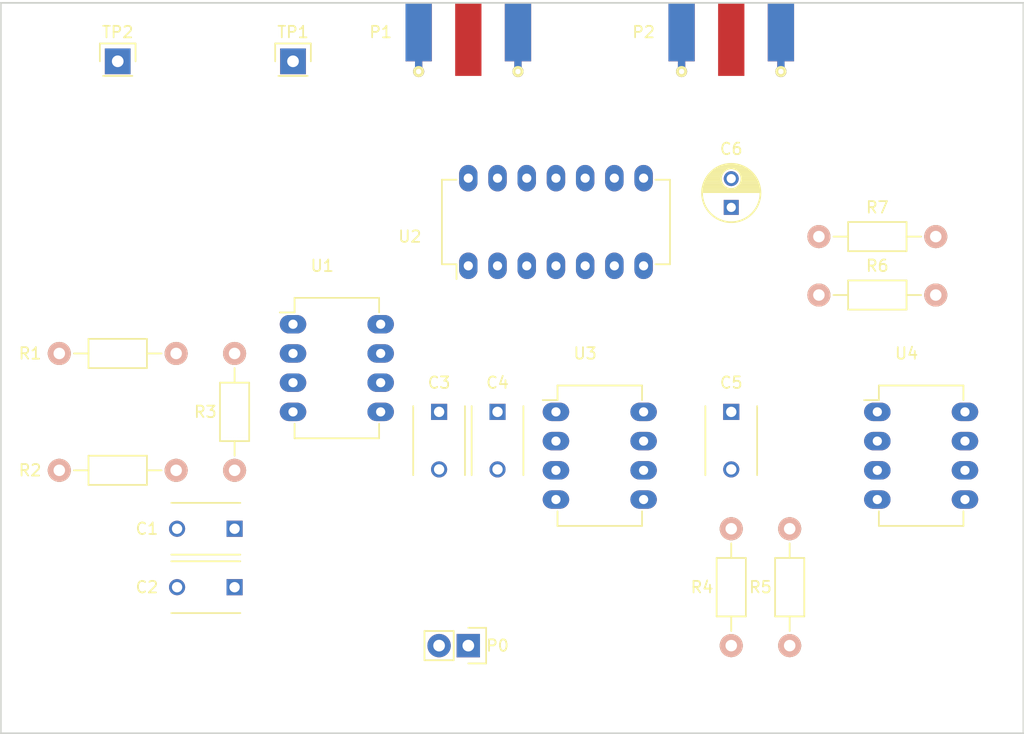
<source format=kicad_pcb>
(kicad_pcb (version 4) (host pcbnew 4.0.5)

  (general
    (links 65)
    (no_connects 57)
    (area 0 0 0 0)
    (thickness 1.6)
    (drawings 4)
    (tracks 0)
    (zones 0)
    (modules 22)
    (nets 16)
  )

  (page USLetter)
  (title_block
    (title "Morse2 Oscillator Prototype")
    (date 17/09/21)
    (rev Alpha-1)
    (company K7ARX)
  )

  (layers
    (0 F.Cu signal)
    (31 B.Cu signal)
    (32 B.Adhes user)
    (33 F.Adhes user)
    (34 B.Paste user)
    (35 F.Paste user)
    (36 B.SilkS user)
    (37 F.SilkS user)
    (38 B.Mask user)
    (39 F.Mask user)
    (40 Dwgs.User user)
    (41 Cmts.User user)
    (42 Eco1.User user)
    (43 Eco2.User user)
    (44 Edge.Cuts user)
    (45 Margin user)
    (46 B.CrtYd user)
    (47 F.CrtYd user)
    (48 B.Fab user)
    (49 F.Fab user)
  )

  (setup
    (last_trace_width 0.25)
    (trace_clearance 0.2)
    (zone_clearance 0.508)
    (zone_45_only no)
    (trace_min 0.2)
    (segment_width 0.2)
    (edge_width 0.15)
    (via_size 0.6)
    (via_drill 0.4)
    (via_min_size 0.4)
    (via_min_drill 0.3)
    (uvia_size 0.3)
    (uvia_drill 0.1)
    (uvias_allowed no)
    (uvia_min_size 0.2)
    (uvia_min_drill 0.1)
    (pcb_text_width 0.3)
    (pcb_text_size 1.5 1.5)
    (mod_edge_width 0.15)
    (mod_text_size 1 1)
    (mod_text_width 0.15)
    (pad_size 1.524 1.524)
    (pad_drill 0.762)
    (pad_to_mask_clearance 0.2)
    (aux_axis_origin 0 0)
    (visible_elements FFFFF77F)
    (pcbplotparams
      (layerselection 0x00030_80000001)
      (usegerberextensions false)
      (excludeedgelayer true)
      (linewidth 0.150000)
      (plotframeref false)
      (viasonmask false)
      (mode 1)
      (useauxorigin false)
      (hpglpennumber 1)
      (hpglpenspeed 20)
      (hpglpendiameter 15)
      (hpglpenoverlay 2)
      (psnegative false)
      (psa4output false)
      (plotreference true)
      (plotvalue true)
      (plotinvisibletext false)
      (padsonsilk false)
      (subtractmaskfromsilk false)
      (outputformat 1)
      (mirror false)
      (drillshape 1)
      (scaleselection 1)
      (outputdirectory ""))
  )

  (net 0 "")
  (net 1 "Net-(C1-Pad1)")
  (net 2 GND)
  (net 3 "Net-(C3-Pad1)")
  (net 4 "Net-(C4-Pad1)")
  (net 5 "Net-(C5-Pad1)")
  (net 6 Out)
  (net 7 Cosine)
  (net 8 VCC)
  (net 9 "Net-(R1-Pad1)")
  (net 10 "Net-(R1-Pad2)")
  (net 11 "Net-(R4-Pad1)")
  (net 12 Sine)
  (net 13 "Net-(R6-Pad1)")
  (net 14 Square)
  (net 15 "Net-(U2-Pad2)")

  (net_class Default "This is the default net class."
    (clearance 0.2)
    (trace_width 0.25)
    (via_dia 0.6)
    (via_drill 0.4)
    (uvia_dia 0.3)
    (uvia_drill 0.1)
    (add_net Cosine)
    (add_net GND)
    (add_net "Net-(C1-Pad1)")
    (add_net "Net-(C3-Pad1)")
    (add_net "Net-(C4-Pad1)")
    (add_net "Net-(C5-Pad1)")
    (add_net "Net-(R1-Pad1)")
    (add_net "Net-(R1-Pad2)")
    (add_net "Net-(R4-Pad1)")
    (add_net "Net-(R6-Pad1)")
    (add_net "Net-(U2-Pad2)")
    (add_net Out)
    (add_net Sine)
    (add_net Square)
    (add_net VCC)
  )

  (module Pin_Headers:Pin_Header_Straight_1x02 (layer F.Cu) (tedit 59C41A39) (tstamp 59C416EA)
    (at 132.08 124.46 270)
    (descr "Through hole pin header")
    (tags "pin header")
    (path /59C44DED)
    (fp_text reference P0 (at 0 -2.54 360) (layer F.SilkS)
      (effects (font (size 1 1) (thickness 0.15)))
    )
    (fp_text value "Binding Post" (at 0 -3.1 270) (layer F.Fab) hide
      (effects (font (size 1 1) (thickness 0.15)))
    )
    (fp_line (start 1.27 1.27) (end 1.27 3.81) (layer F.SilkS) (width 0.15))
    (fp_line (start 1.55 -1.55) (end 1.55 0) (layer F.SilkS) (width 0.15))
    (fp_line (start -1.75 -1.75) (end -1.75 4.3) (layer F.CrtYd) (width 0.05))
    (fp_line (start 1.75 -1.75) (end 1.75 4.3) (layer F.CrtYd) (width 0.05))
    (fp_line (start -1.75 -1.75) (end 1.75 -1.75) (layer F.CrtYd) (width 0.05))
    (fp_line (start -1.75 4.3) (end 1.75 4.3) (layer F.CrtYd) (width 0.05))
    (fp_line (start 1.27 1.27) (end -1.27 1.27) (layer F.SilkS) (width 0.15))
    (fp_line (start -1.55 0) (end -1.55 -1.55) (layer F.SilkS) (width 0.15))
    (fp_line (start -1.55 -1.55) (end 1.55 -1.55) (layer F.SilkS) (width 0.15))
    (fp_line (start -1.27 1.27) (end -1.27 3.81) (layer F.SilkS) (width 0.15))
    (fp_line (start -1.27 3.81) (end 1.27 3.81) (layer F.SilkS) (width 0.15))
    (pad 1 thru_hole rect (at 0 0 270) (size 2.032 2.032) (drill 1.016) (layers *.Cu *.Mask)
      (net 8 VCC))
    (pad 2 thru_hole oval (at 0 2.54 270) (size 2.032 2.032) (drill 1.016) (layers *.Cu *.Mask)
      (net 2 GND))
    (model Pin_Headers.3dshapes/Pin_Header_Straight_1x02.wrl
      (at (xyz 0 -0.05 0))
      (scale (xyz 1 1 1))
      (rotate (xyz 0 0 90))
    )
  )

  (module k7arx:SMA_Board_Edge (layer F.Cu) (tedit 59C41A19) (tstamp 59C416F9)
    (at 132.08 68.58 270)
    (path /59C43DA0)
    (fp_text reference P1 (at 2.54 7.62 360) (layer F.SilkS)
      (effects (font (size 1 1) (thickness 0.15)))
    )
    (fp_text value BNC (at 6.985 -6.985 270) (layer F.Fab) hide
      (effects (font (size 1 1) (thickness 0.15)))
    )
    (pad 1 smd rect (at 3.175 0 270) (size 6.35 2.286) (layers F.Cu F.Paste F.Mask)
      (net 7 Cosine))
    (pad 2 smd rect (at 2.54 -4.318 270) (size 5.08 2.286) (layers F.Cu F.Paste F.Mask)
      (net 2 GND))
    (pad 2 smd rect (at 2.54 4.318 270) (size 5.08 2.286) (layers F.Cu F.Paste F.Mask)
      (net 2 GND))
    (pad 2 thru_hole circle (at 5.969 -4.318 270) (size 0.9652 0.9652) (drill 0.4572) (layers *.Cu *.Mask F.SilkS)
      (net 2 GND))
    (pad 2 thru_hole circle (at 5.969 4.318 270) (size 0.9652 0.9652) (drill 0.4572) (layers *.Cu *.Mask F.SilkS)
      (net 2 GND))
    (pad 2 smd rect (at 5.08 -4.318 270) (size 1.016 0.635) (layers F.Cu F.Paste F.Mask)
      (net 2 GND))
    (pad 2 smd rect (at 5.08 4.318 270) (size 1.016 0.635) (layers F.Cu F.Paste F.Mask)
      (net 2 GND))
    (pad 2 smd rect (at 2.54 -4.318 270) (size 5.08 2.286) (layers B.Cu B.Paste B.Mask)
      (net 2 GND))
    (pad 2 smd rect (at 2.54 4.318 270) (size 5.08 2.286) (layers B.Cu B.Paste B.Mask)
      (net 2 GND))
    (pad 2 smd rect (at 5.08 -4.318 270) (size 1.016 0.635) (layers B.Cu B.Paste B.Mask)
      (net 2 GND))
    (pad 2 smd rect (at 5.08 4.318 270) (size 1.016 0.635) (layers B.Cu B.Paste B.Mask)
      (net 2 GND))
  )

  (module k7arx:SMA_Board_Edge (layer F.Cu) (tedit 59C41A1C) (tstamp 59C41708)
    (at 154.94 68.58 270)
    (path /59C43DFC)
    (fp_text reference P2 (at 2.54 7.62 360) (layer F.SilkS)
      (effects (font (size 1 1) (thickness 0.15)))
    )
    (fp_text value BNC (at 6.985 -6.985 270) (layer F.Fab) hide
      (effects (font (size 1 1) (thickness 0.15)))
    )
    (pad 1 smd rect (at 3.175 0 270) (size 6.35 2.286) (layers F.Cu F.Paste F.Mask)
      (net 6 Out))
    (pad 2 smd rect (at 2.54 -4.318 270) (size 5.08 2.286) (layers F.Cu F.Paste F.Mask)
      (net 2 GND))
    (pad 2 smd rect (at 2.54 4.318 270) (size 5.08 2.286) (layers F.Cu F.Paste F.Mask)
      (net 2 GND))
    (pad 2 thru_hole circle (at 5.969 -4.318 270) (size 0.9652 0.9652) (drill 0.4572) (layers *.Cu *.Mask F.SilkS)
      (net 2 GND))
    (pad 2 thru_hole circle (at 5.969 4.318 270) (size 0.9652 0.9652) (drill 0.4572) (layers *.Cu *.Mask F.SilkS)
      (net 2 GND))
    (pad 2 smd rect (at 5.08 -4.318 270) (size 1.016 0.635) (layers F.Cu F.Paste F.Mask)
      (net 2 GND))
    (pad 2 smd rect (at 5.08 4.318 270) (size 1.016 0.635) (layers F.Cu F.Paste F.Mask)
      (net 2 GND))
    (pad 2 smd rect (at 2.54 -4.318 270) (size 5.08 2.286) (layers B.Cu B.Paste B.Mask)
      (net 2 GND))
    (pad 2 smd rect (at 2.54 4.318 270) (size 5.08 2.286) (layers B.Cu B.Paste B.Mask)
      (net 2 GND))
    (pad 2 smd rect (at 5.08 -4.318 270) (size 1.016 0.635) (layers B.Cu B.Paste B.Mask)
      (net 2 GND))
    (pad 2 smd rect (at 5.08 4.318 270) (size 1.016 0.635) (layers B.Cu B.Paste B.Mask)
      (net 2 GND))
  )

  (module Resistors_ThroughHole:Resistor_Horizontal_RM10mm (layer F.Cu) (tedit 59C417EA) (tstamp 59C4170E)
    (at 106.68 99.06 180)
    (descr "Resistor, Axial,  RM 10mm, 1/3W")
    (tags "Resistor Axial RM 10mm 1/3W")
    (path /59C3EC00)
    (fp_text reference R1 (at 12.7 0 180) (layer F.SilkS)
      (effects (font (size 1 1) (thickness 0.15)))
    )
    (fp_text value R (at 5.08 3.81 180) (layer F.Fab) hide
      (effects (font (size 1 1) (thickness 0.15)))
    )
    (fp_line (start -1.25 -1.5) (end 11.4 -1.5) (layer F.CrtYd) (width 0.05))
    (fp_line (start -1.25 1.5) (end -1.25 -1.5) (layer F.CrtYd) (width 0.05))
    (fp_line (start 11.4 -1.5) (end 11.4 1.5) (layer F.CrtYd) (width 0.05))
    (fp_line (start -1.25 1.5) (end 11.4 1.5) (layer F.CrtYd) (width 0.05))
    (fp_line (start 2.54 -1.27) (end 7.62 -1.27) (layer F.SilkS) (width 0.15))
    (fp_line (start 7.62 -1.27) (end 7.62 1.27) (layer F.SilkS) (width 0.15))
    (fp_line (start 7.62 1.27) (end 2.54 1.27) (layer F.SilkS) (width 0.15))
    (fp_line (start 2.54 1.27) (end 2.54 -1.27) (layer F.SilkS) (width 0.15))
    (fp_line (start 2.54 0) (end 1.27 0) (layer F.SilkS) (width 0.15))
    (fp_line (start 7.62 0) (end 8.89 0) (layer F.SilkS) (width 0.15))
    (pad 1 thru_hole circle (at 0 0 180) (size 1.99898 1.99898) (drill 1.00076) (layers *.Cu *.SilkS *.Mask)
      (net 9 "Net-(R1-Pad1)"))
    (pad 2 thru_hole circle (at 10.16 0 180) (size 1.99898 1.99898) (drill 1.00076) (layers *.Cu *.SilkS *.Mask)
      (net 10 "Net-(R1-Pad2)"))
    (model Resistors_ThroughHole.3dshapes/Resistor_Horizontal_RM10mm.wrl
      (at (xyz 0.2 0 0))
      (scale (xyz 0.4 0.4 0.4))
      (rotate (xyz 0 0 0))
    )
  )

  (module Resistors_ThroughHole:Resistor_Horizontal_RM10mm (layer F.Cu) (tedit 59C417E9) (tstamp 59C41714)
    (at 96.52 109.22)
    (descr "Resistor, Axial,  RM 10mm, 1/3W")
    (tags "Resistor Axial RM 10mm 1/3W")
    (path /59C3EEAE)
    (fp_text reference R2 (at -2.54 0) (layer F.SilkS)
      (effects (font (size 1 1) (thickness 0.15)))
    )
    (fp_text value R (at 5.08 3.81) (layer F.Fab) hide
      (effects (font (size 1 1) (thickness 0.15)))
    )
    (fp_line (start -1.25 -1.5) (end 11.4 -1.5) (layer F.CrtYd) (width 0.05))
    (fp_line (start -1.25 1.5) (end -1.25 -1.5) (layer F.CrtYd) (width 0.05))
    (fp_line (start 11.4 -1.5) (end 11.4 1.5) (layer F.CrtYd) (width 0.05))
    (fp_line (start -1.25 1.5) (end 11.4 1.5) (layer F.CrtYd) (width 0.05))
    (fp_line (start 2.54 -1.27) (end 7.62 -1.27) (layer F.SilkS) (width 0.15))
    (fp_line (start 7.62 -1.27) (end 7.62 1.27) (layer F.SilkS) (width 0.15))
    (fp_line (start 7.62 1.27) (end 2.54 1.27) (layer F.SilkS) (width 0.15))
    (fp_line (start 2.54 1.27) (end 2.54 -1.27) (layer F.SilkS) (width 0.15))
    (fp_line (start 2.54 0) (end 1.27 0) (layer F.SilkS) (width 0.15))
    (fp_line (start 7.62 0) (end 8.89 0) (layer F.SilkS) (width 0.15))
    (pad 1 thru_hole circle (at 0 0) (size 1.99898 1.99898) (drill 1.00076) (layers *.Cu *.SilkS *.Mask)
      (net 10 "Net-(R1-Pad2)"))
    (pad 2 thru_hole circle (at 10.16 0) (size 1.99898 1.99898) (drill 1.00076) (layers *.Cu *.SilkS *.Mask)
      (net 1 "Net-(C1-Pad1)"))
    (model Resistors_ThroughHole.3dshapes/Resistor_Horizontal_RM10mm.wrl
      (at (xyz 0.2 0 0))
      (scale (xyz 0.4 0.4 0.4))
      (rotate (xyz 0 0 0))
    )
  )

  (module Resistors_ThroughHole:Resistor_Horizontal_RM10mm (layer F.Cu) (tedit 59C418E1) (tstamp 59C4171A)
    (at 111.76 99.06 270)
    (descr "Resistor, Axial,  RM 10mm, 1/3W")
    (tags "Resistor Axial RM 10mm 1/3W")
    (path /59C3FA05)
    (fp_text reference R3 (at 5.08 2.54 360) (layer F.SilkS)
      (effects (font (size 1 1) (thickness 0.15)))
    )
    (fp_text value POT (at 5.08 3.81 270) (layer F.Fab) hide
      (effects (font (size 1 1) (thickness 0.15)))
    )
    (fp_line (start -1.25 -1.5) (end 11.4 -1.5) (layer F.CrtYd) (width 0.05))
    (fp_line (start -1.25 1.5) (end -1.25 -1.5) (layer F.CrtYd) (width 0.05))
    (fp_line (start 11.4 -1.5) (end 11.4 1.5) (layer F.CrtYd) (width 0.05))
    (fp_line (start -1.25 1.5) (end 11.4 1.5) (layer F.CrtYd) (width 0.05))
    (fp_line (start 2.54 -1.27) (end 7.62 -1.27) (layer F.SilkS) (width 0.15))
    (fp_line (start 7.62 -1.27) (end 7.62 1.27) (layer F.SilkS) (width 0.15))
    (fp_line (start 7.62 1.27) (end 2.54 1.27) (layer F.SilkS) (width 0.15))
    (fp_line (start 2.54 1.27) (end 2.54 -1.27) (layer F.SilkS) (width 0.15))
    (fp_line (start 2.54 0) (end 1.27 0) (layer F.SilkS) (width 0.15))
    (fp_line (start 7.62 0) (end 8.89 0) (layer F.SilkS) (width 0.15))
    (pad 1 thru_hole circle (at 0 0 270) (size 1.99898 1.99898) (drill 1.00076) (layers *.Cu *.SilkS *.Mask)
      (net 9 "Net-(R1-Pad1)"))
    (pad 2 thru_hole circle (at 10.16 0 270) (size 1.99898 1.99898) (drill 1.00076) (layers *.Cu *.SilkS *.Mask)
      (net 1 "Net-(C1-Pad1)"))
    (model Resistors_ThroughHole.3dshapes/Resistor_Horizontal_RM10mm.wrl
      (at (xyz 0.2 0 0))
      (scale (xyz 0.4 0.4 0.4))
      (rotate (xyz 0 0 0))
    )
  )

  (module Resistors_ThroughHole:Resistor_Horizontal_RM10mm (layer F.Cu) (tedit 59C418E3) (tstamp 59C41720)
    (at 154.94 124.46 90)
    (descr "Resistor, Axial,  RM 10mm, 1/3W")
    (tags "Resistor Axial RM 10mm 1/3W")
    (path /59C4089D)
    (fp_text reference R4 (at 5.08 -2.54 180) (layer F.SilkS)
      (effects (font (size 1 1) (thickness 0.15)))
    )
    (fp_text value 10k (at 5.08 3.81 90) (layer F.Fab) hide
      (effects (font (size 1 1) (thickness 0.15)))
    )
    (fp_line (start -1.25 -1.5) (end 11.4 -1.5) (layer F.CrtYd) (width 0.05))
    (fp_line (start -1.25 1.5) (end -1.25 -1.5) (layer F.CrtYd) (width 0.05))
    (fp_line (start 11.4 -1.5) (end 11.4 1.5) (layer F.CrtYd) (width 0.05))
    (fp_line (start -1.25 1.5) (end 11.4 1.5) (layer F.CrtYd) (width 0.05))
    (fp_line (start 2.54 -1.27) (end 7.62 -1.27) (layer F.SilkS) (width 0.15))
    (fp_line (start 7.62 -1.27) (end 7.62 1.27) (layer F.SilkS) (width 0.15))
    (fp_line (start 7.62 1.27) (end 2.54 1.27) (layer F.SilkS) (width 0.15))
    (fp_line (start 2.54 1.27) (end 2.54 -1.27) (layer F.SilkS) (width 0.15))
    (fp_line (start 2.54 0) (end 1.27 0) (layer F.SilkS) (width 0.15))
    (fp_line (start 7.62 0) (end 8.89 0) (layer F.SilkS) (width 0.15))
    (pad 1 thru_hole circle (at 0 0 90) (size 1.99898 1.99898) (drill 1.00076) (layers *.Cu *.SilkS *.Mask)
      (net 11 "Net-(R4-Pad1)"))
    (pad 2 thru_hole circle (at 10.16 0 90) (size 1.99898 1.99898) (drill 1.00076) (layers *.Cu *.SilkS *.Mask)
      (net 12 Sine))
    (model Resistors_ThroughHole.3dshapes/Resistor_Horizontal_RM10mm.wrl
      (at (xyz 0.2 0 0))
      (scale (xyz 0.4 0.4 0.4))
      (rotate (xyz 0 0 0))
    )
  )

  (module Resistors_ThroughHole:Resistor_Horizontal_RM10mm (layer F.Cu) (tedit 59C4195E) (tstamp 59C41726)
    (at 160.02 124.46 90)
    (descr "Resistor, Axial,  RM 10mm, 1/3W")
    (tags "Resistor Axial RM 10mm 1/3W")
    (path /59C40989)
    (fp_text reference R5 (at 5.08 -2.54 180) (layer F.SilkS)
      (effects (font (size 1 1) (thickness 0.15)))
    )
    (fp_text value 10k (at 5.08 3.81 90) (layer F.Fab) hide
      (effects (font (size 1 1) (thickness 0.15)))
    )
    (fp_line (start -1.25 -1.5) (end 11.4 -1.5) (layer F.CrtYd) (width 0.05))
    (fp_line (start -1.25 1.5) (end -1.25 -1.5) (layer F.CrtYd) (width 0.05))
    (fp_line (start 11.4 -1.5) (end 11.4 1.5) (layer F.CrtYd) (width 0.05))
    (fp_line (start -1.25 1.5) (end 11.4 1.5) (layer F.CrtYd) (width 0.05))
    (fp_line (start 2.54 -1.27) (end 7.62 -1.27) (layer F.SilkS) (width 0.15))
    (fp_line (start 7.62 -1.27) (end 7.62 1.27) (layer F.SilkS) (width 0.15))
    (fp_line (start 7.62 1.27) (end 2.54 1.27) (layer F.SilkS) (width 0.15))
    (fp_line (start 2.54 1.27) (end 2.54 -1.27) (layer F.SilkS) (width 0.15))
    (fp_line (start 2.54 0) (end 1.27 0) (layer F.SilkS) (width 0.15))
    (fp_line (start 7.62 0) (end 8.89 0) (layer F.SilkS) (width 0.15))
    (pad 1 thru_hole circle (at 0 0 90) (size 1.99898 1.99898) (drill 1.00076) (layers *.Cu *.SilkS *.Mask)
      (net 11 "Net-(R4-Pad1)"))
    (pad 2 thru_hole circle (at 10.16 0 90) (size 1.99898 1.99898) (drill 1.00076) (layers *.Cu *.SilkS *.Mask)
      (net 7 Cosine))
    (model Resistors_ThroughHole.3dshapes/Resistor_Horizontal_RM10mm.wrl
      (at (xyz 0.2 0 0))
      (scale (xyz 0.4 0.4 0.4))
      (rotate (xyz 0 0 0))
    )
  )

  (module Resistors_ThroughHole:Resistor_Horizontal_RM10mm (layer F.Cu) (tedit 59C4197B) (tstamp 59C4172C)
    (at 162.56 93.98)
    (descr "Resistor, Axial,  RM 10mm, 1/3W")
    (tags "Resistor Axial RM 10mm 1/3W")
    (path /59C41801)
    (fp_text reference R6 (at 5.08 -2.54) (layer F.SilkS)
      (effects (font (size 1 1) (thickness 0.15)))
    )
    (fp_text value 10k (at 5.08 3.81) (layer F.Fab) hide
      (effects (font (size 1 1) (thickness 0.15)))
    )
    (fp_line (start -1.25 -1.5) (end 11.4 -1.5) (layer F.CrtYd) (width 0.05))
    (fp_line (start -1.25 1.5) (end -1.25 -1.5) (layer F.CrtYd) (width 0.05))
    (fp_line (start 11.4 -1.5) (end 11.4 1.5) (layer F.CrtYd) (width 0.05))
    (fp_line (start -1.25 1.5) (end 11.4 1.5) (layer F.CrtYd) (width 0.05))
    (fp_line (start 2.54 -1.27) (end 7.62 -1.27) (layer F.SilkS) (width 0.15))
    (fp_line (start 7.62 -1.27) (end 7.62 1.27) (layer F.SilkS) (width 0.15))
    (fp_line (start 7.62 1.27) (end 2.54 1.27) (layer F.SilkS) (width 0.15))
    (fp_line (start 2.54 1.27) (end 2.54 -1.27) (layer F.SilkS) (width 0.15))
    (fp_line (start 2.54 0) (end 1.27 0) (layer F.SilkS) (width 0.15))
    (fp_line (start 7.62 0) (end 8.89 0) (layer F.SilkS) (width 0.15))
    (pad 1 thru_hole circle (at 0 0) (size 1.99898 1.99898) (drill 1.00076) (layers *.Cu *.SilkS *.Mask)
      (net 13 "Net-(R6-Pad1)"))
    (pad 2 thru_hole circle (at 10.16 0) (size 1.99898 1.99898) (drill 1.00076) (layers *.Cu *.SilkS *.Mask)
      (net 8 VCC))
    (model Resistors_ThroughHole.3dshapes/Resistor_Horizontal_RM10mm.wrl
      (at (xyz 0.2 0 0))
      (scale (xyz 0.4 0.4 0.4))
      (rotate (xyz 0 0 0))
    )
  )

  (module Resistors_ThroughHole:Resistor_Horizontal_RM10mm (layer F.Cu) (tedit 59C4198A) (tstamp 59C41732)
    (at 172.72 88.9 180)
    (descr "Resistor, Axial,  RM 10mm, 1/3W")
    (tags "Resistor Axial RM 10mm 1/3W")
    (path /59C41845)
    (fp_text reference R7 (at 5.08 2.54 180) (layer F.SilkS)
      (effects (font (size 1 1) (thickness 0.15)))
    )
    (fp_text value 10k (at 5.08 3.81 180) (layer F.Fab) hide
      (effects (font (size 1 1) (thickness 0.15)))
    )
    (fp_line (start -1.25 -1.5) (end 11.4 -1.5) (layer F.CrtYd) (width 0.05))
    (fp_line (start -1.25 1.5) (end -1.25 -1.5) (layer F.CrtYd) (width 0.05))
    (fp_line (start 11.4 -1.5) (end 11.4 1.5) (layer F.CrtYd) (width 0.05))
    (fp_line (start -1.25 1.5) (end 11.4 1.5) (layer F.CrtYd) (width 0.05))
    (fp_line (start 2.54 -1.27) (end 7.62 -1.27) (layer F.SilkS) (width 0.15))
    (fp_line (start 7.62 -1.27) (end 7.62 1.27) (layer F.SilkS) (width 0.15))
    (fp_line (start 7.62 1.27) (end 2.54 1.27) (layer F.SilkS) (width 0.15))
    (fp_line (start 2.54 1.27) (end 2.54 -1.27) (layer F.SilkS) (width 0.15))
    (fp_line (start 2.54 0) (end 1.27 0) (layer F.SilkS) (width 0.15))
    (fp_line (start 7.62 0) (end 8.89 0) (layer F.SilkS) (width 0.15))
    (pad 1 thru_hole circle (at 0 0 180) (size 1.99898 1.99898) (drill 1.00076) (layers *.Cu *.SilkS *.Mask)
      (net 2 GND))
    (pad 2 thru_hole circle (at 10.16 0 180) (size 1.99898 1.99898) (drill 1.00076) (layers *.Cu *.SilkS *.Mask)
      (net 13 "Net-(R6-Pad1)"))
    (model Resistors_ThroughHole.3dshapes/Resistor_Horizontal_RM10mm.wrl
      (at (xyz 0.2 0 0))
      (scale (xyz 0.4 0.4 0.4))
      (rotate (xyz 0 0 0))
    )
  )

  (module Pin_Headers:Pin_Header_Straight_1x01 (layer F.Cu) (tedit 59C419FD) (tstamp 59C41737)
    (at 116.84 73.66)
    (descr "Through hole pin header")
    (tags "pin header")
    (path /59C45713)
    (fp_text reference TP1 (at 0 -2.54) (layer F.SilkS)
      (effects (font (size 1 1) (thickness 0.15)))
    )
    (fp_text value "Test Point" (at 0 -3.1) (layer F.Fab) hide
      (effects (font (size 1 1) (thickness 0.15)))
    )
    (fp_line (start 1.55 -1.55) (end 1.55 0) (layer F.SilkS) (width 0.15))
    (fp_line (start -1.75 -1.75) (end -1.75 1.75) (layer F.CrtYd) (width 0.05))
    (fp_line (start 1.75 -1.75) (end 1.75 1.75) (layer F.CrtYd) (width 0.05))
    (fp_line (start -1.75 -1.75) (end 1.75 -1.75) (layer F.CrtYd) (width 0.05))
    (fp_line (start -1.75 1.75) (end 1.75 1.75) (layer F.CrtYd) (width 0.05))
    (fp_line (start -1.55 0) (end -1.55 -1.55) (layer F.SilkS) (width 0.15))
    (fp_line (start -1.55 -1.55) (end 1.55 -1.55) (layer F.SilkS) (width 0.15))
    (fp_line (start -1.27 1.27) (end 1.27 1.27) (layer F.SilkS) (width 0.15))
    (pad 1 thru_hole rect (at 0 0) (size 2.2352 2.2352) (drill 1.016) (layers *.Cu *.Mask)
      (net 14 Square))
    (model Pin_Headers.3dshapes/Pin_Header_Straight_1x01.wrl
      (at (xyz 0 0 0))
      (scale (xyz 1 1 1))
      (rotate (xyz 0 0 90))
    )
  )

  (module Pin_Headers:Pin_Header_Straight_1x01 (layer F.Cu) (tedit 59C41A14) (tstamp 59C4173C)
    (at 101.6 73.66)
    (descr "Through hole pin header")
    (tags "pin header")
    (path /59C45773)
    (fp_text reference TP2 (at 0 -2.54) (layer F.SilkS)
      (effects (font (size 1 1) (thickness 0.15)))
    )
    (fp_text value "Test Point" (at 0 -3.1) (layer F.Fab) hide
      (effects (font (size 1 1) (thickness 0.15)))
    )
    (fp_line (start 1.55 -1.55) (end 1.55 0) (layer F.SilkS) (width 0.15))
    (fp_line (start -1.75 -1.75) (end -1.75 1.75) (layer F.CrtYd) (width 0.05))
    (fp_line (start 1.75 -1.75) (end 1.75 1.75) (layer F.CrtYd) (width 0.05))
    (fp_line (start -1.75 -1.75) (end 1.75 -1.75) (layer F.CrtYd) (width 0.05))
    (fp_line (start -1.75 1.75) (end 1.75 1.75) (layer F.CrtYd) (width 0.05))
    (fp_line (start -1.55 0) (end -1.55 -1.55) (layer F.SilkS) (width 0.15))
    (fp_line (start -1.55 -1.55) (end 1.55 -1.55) (layer F.SilkS) (width 0.15))
    (fp_line (start -1.27 1.27) (end 1.27 1.27) (layer F.SilkS) (width 0.15))
    (pad 1 thru_hole rect (at 0 0) (size 2.2352 2.2352) (drill 1.016) (layers *.Cu *.Mask)
      (net 12 Sine))
    (model Pin_Headers.3dshapes/Pin_Header_Straight_1x01.wrl
      (at (xyz 0 0 0))
      (scale (xyz 1 1 1))
      (rotate (xyz 0 0 90))
    )
  )

  (module Housings_DIP:DIP-8_W7.62mm_LongPads (layer F.Cu) (tedit 59C41828) (tstamp 59C41748)
    (at 116.84 96.52)
    (descr "8-lead dip package, row spacing 7.62 mm (300 mils), longer pads")
    (tags "dil dip 2.54 300")
    (path /59C3EB7F)
    (fp_text reference U1 (at 2.54 -5.08) (layer F.SilkS)
      (effects (font (size 1 1) (thickness 0.15)))
    )
    (fp_text value LM555 (at 0 -3.72) (layer F.Fab) hide
      (effects (font (size 1 1) (thickness 0.15)))
    )
    (fp_line (start -1.4 -2.45) (end -1.4 10.1) (layer F.CrtYd) (width 0.05))
    (fp_line (start 9 -2.45) (end 9 10.1) (layer F.CrtYd) (width 0.05))
    (fp_line (start -1.4 -2.45) (end 9 -2.45) (layer F.CrtYd) (width 0.05))
    (fp_line (start -1.4 10.1) (end 9 10.1) (layer F.CrtYd) (width 0.05))
    (fp_line (start 0.135 -2.295) (end 0.135 -1.025) (layer F.SilkS) (width 0.15))
    (fp_line (start 7.485 -2.295) (end 7.485 -1.025) (layer F.SilkS) (width 0.15))
    (fp_line (start 7.485 9.915) (end 7.485 8.645) (layer F.SilkS) (width 0.15))
    (fp_line (start 0.135 9.915) (end 0.135 8.645) (layer F.SilkS) (width 0.15))
    (fp_line (start 0.135 -2.295) (end 7.485 -2.295) (layer F.SilkS) (width 0.15))
    (fp_line (start 0.135 9.915) (end 7.485 9.915) (layer F.SilkS) (width 0.15))
    (fp_line (start 0.135 -1.025) (end -1.15 -1.025) (layer F.SilkS) (width 0.15))
    (pad 1 thru_hole oval (at 0 0) (size 2.3 1.6) (drill 0.8) (layers *.Cu *.Mask)
      (net 2 GND))
    (pad 2 thru_hole oval (at 0 2.54) (size 2.3 1.6) (drill 0.8) (layers *.Cu *.Mask)
      (net 9 "Net-(R1-Pad1)"))
    (pad 3 thru_hole oval (at 0 5.08) (size 2.3 1.6) (drill 0.8) (layers *.Cu *.Mask)
      (net 1 "Net-(C1-Pad1)"))
    (pad 4 thru_hole oval (at 0 7.62) (size 2.3 1.6) (drill 0.8) (layers *.Cu *.Mask)
      (net 8 VCC))
    (pad 5 thru_hole oval (at 7.62 7.62) (size 2.3 1.6) (drill 0.8) (layers *.Cu *.Mask)
      (net 3 "Net-(C3-Pad1)"))
    (pad 6 thru_hole oval (at 7.62 5.08) (size 2.3 1.6) (drill 0.8) (layers *.Cu *.Mask)
      (net 9 "Net-(R1-Pad1)"))
    (pad 7 thru_hole oval (at 7.62 2.54) (size 2.3 1.6) (drill 0.8) (layers *.Cu *.Mask))
    (pad 8 thru_hole oval (at 7.62 0) (size 2.3 1.6) (drill 0.8) (layers *.Cu *.Mask)
      (net 8 VCC))
    (model Housings_DIP.3dshapes/DIP-8_W7.62mm_LongPads.wrl
      (at (xyz 0 0 0))
      (scale (xyz 1 1 1))
      (rotate (xyz 0 0 0))
    )
  )

  (module Housings_DIP:DIP-14_W7.62mm_LongPads (layer F.Cu) (tedit 59C418E8) (tstamp 59C4175A)
    (at 132.08 91.44 90)
    (descr "14-lead dip package, row spacing 7.62 mm (300 mils), longer pads")
    (tags "dil dip 2.54 300")
    (path /59C3F714)
    (fp_text reference U2 (at 2.54 -5.08 180) (layer F.SilkS)
      (effects (font (size 1 1) (thickness 0.15)))
    )
    (fp_text value SN74AHC74 (at 0 -3.72 90) (layer F.Fab) hide
      (effects (font (size 1 1) (thickness 0.15)))
    )
    (fp_line (start -1.4 -2.45) (end -1.4 17.7) (layer F.CrtYd) (width 0.05))
    (fp_line (start 9 -2.45) (end 9 17.7) (layer F.CrtYd) (width 0.05))
    (fp_line (start -1.4 -2.45) (end 9 -2.45) (layer F.CrtYd) (width 0.05))
    (fp_line (start -1.4 17.7) (end 9 17.7) (layer F.CrtYd) (width 0.05))
    (fp_line (start 0.135 -2.295) (end 0.135 -1.025) (layer F.SilkS) (width 0.15))
    (fp_line (start 7.485 -2.295) (end 7.485 -1.025) (layer F.SilkS) (width 0.15))
    (fp_line (start 7.485 17.535) (end 7.485 16.265) (layer F.SilkS) (width 0.15))
    (fp_line (start 0.135 17.535) (end 0.135 16.265) (layer F.SilkS) (width 0.15))
    (fp_line (start 0.135 -2.295) (end 7.485 -2.295) (layer F.SilkS) (width 0.15))
    (fp_line (start 0.135 17.535) (end 7.485 17.535) (layer F.SilkS) (width 0.15))
    (fp_line (start 0.135 -1.025) (end -1.15 -1.025) (layer F.SilkS) (width 0.15))
    (pad 1 thru_hole oval (at 0 0 90) (size 2.3 1.6) (drill 0.8) (layers *.Cu *.Mask)
      (net 8 VCC))
    (pad 2 thru_hole oval (at 0 2.54 90) (size 2.3 1.6) (drill 0.8) (layers *.Cu *.Mask)
      (net 15 "Net-(U2-Pad2)"))
    (pad 3 thru_hole oval (at 0 5.08 90) (size 2.3 1.6) (drill 0.8) (layers *.Cu *.Mask)
      (net 1 "Net-(C1-Pad1)"))
    (pad 4 thru_hole oval (at 0 7.62 90) (size 2.3 1.6) (drill 0.8) (layers *.Cu *.Mask)
      (net 8 VCC))
    (pad 5 thru_hole oval (at 0 10.16 90) (size 2.3 1.6) (drill 0.8) (layers *.Cu *.Mask)
      (net 14 Square))
    (pad 6 thru_hole oval (at 0 12.7 90) (size 2.3 1.6) (drill 0.8) (layers *.Cu *.Mask)
      (net 15 "Net-(U2-Pad2)"))
    (pad 7 thru_hole oval (at 0 15.24 90) (size 2.3 1.6) (drill 0.8) (layers *.Cu *.Mask)
      (net 2 GND))
    (pad 8 thru_hole oval (at 7.62 15.24 90) (size 2.3 1.6) (drill 0.8) (layers *.Cu *.Mask))
    (pad 9 thru_hole oval (at 7.62 12.7 90) (size 2.3 1.6) (drill 0.8) (layers *.Cu *.Mask))
    (pad 10 thru_hole oval (at 7.62 10.16 90) (size 2.3 1.6) (drill 0.8) (layers *.Cu *.Mask))
    (pad 11 thru_hole oval (at 7.62 7.62 90) (size 2.3 1.6) (drill 0.8) (layers *.Cu *.Mask))
    (pad 12 thru_hole oval (at 7.62 5.08 90) (size 2.3 1.6) (drill 0.8) (layers *.Cu *.Mask))
    (pad 13 thru_hole oval (at 7.62 2.54 90) (size 2.3 1.6) (drill 0.8) (layers *.Cu *.Mask))
    (pad 14 thru_hole oval (at 7.62 0 90) (size 2.3 1.6) (drill 0.8) (layers *.Cu *.Mask)
      (net 8 VCC))
    (model Housings_DIP.3dshapes/DIP-14_W7.62mm_LongPads.wrl
      (at (xyz 0 0 0))
      (scale (xyz 1 1 1))
      (rotate (xyz 0 0 0))
    )
  )

  (module Housings_DIP:DIP-8_W7.62mm_LongPads (layer F.Cu) (tedit 59C41878) (tstamp 59C41766)
    (at 139.7 104.14)
    (descr "8-lead dip package, row spacing 7.62 mm (300 mils), longer pads")
    (tags "dil dip 2.54 300")
    (path /59C3FF9A)
    (fp_text reference U3 (at 2.54 -5.08) (layer F.SilkS)
      (effects (font (size 1 1) (thickness 0.15)))
    )
    (fp_text value MAX7426 (at 0 -3.72) (layer F.Fab) hide
      (effects (font (size 1 1) (thickness 0.15)))
    )
    (fp_line (start -1.4 -2.45) (end -1.4 10.1) (layer F.CrtYd) (width 0.05))
    (fp_line (start 9 -2.45) (end 9 10.1) (layer F.CrtYd) (width 0.05))
    (fp_line (start -1.4 -2.45) (end 9 -2.45) (layer F.CrtYd) (width 0.05))
    (fp_line (start -1.4 10.1) (end 9 10.1) (layer F.CrtYd) (width 0.05))
    (fp_line (start 0.135 -2.295) (end 0.135 -1.025) (layer F.SilkS) (width 0.15))
    (fp_line (start 7.485 -2.295) (end 7.485 -1.025) (layer F.SilkS) (width 0.15))
    (fp_line (start 7.485 9.915) (end 7.485 8.645) (layer F.SilkS) (width 0.15))
    (fp_line (start 0.135 9.915) (end 0.135 8.645) (layer F.SilkS) (width 0.15))
    (fp_line (start 0.135 -2.295) (end 7.485 -2.295) (layer F.SilkS) (width 0.15))
    (fp_line (start 0.135 9.915) (end 7.485 9.915) (layer F.SilkS) (width 0.15))
    (fp_line (start 0.135 -1.025) (end -1.15 -1.025) (layer F.SilkS) (width 0.15))
    (pad 1 thru_hole oval (at 0 0) (size 2.3 1.6) (drill 0.8) (layers *.Cu *.Mask)
      (net 4 "Net-(C4-Pad1)"))
    (pad 2 thru_hole oval (at 0 2.54) (size 2.3 1.6) (drill 0.8) (layers *.Cu *.Mask)
      (net 14 Square))
    (pad 3 thru_hole oval (at 0 5.08) (size 2.3 1.6) (drill 0.8) (layers *.Cu *.Mask)
      (net 2 GND))
    (pad 4 thru_hole oval (at 0 7.62) (size 2.3 1.6) (drill 0.8) (layers *.Cu *.Mask)
      (net 8 VCC))
    (pad 5 thru_hole oval (at 7.62 7.62) (size 2.3 1.6) (drill 0.8) (layers *.Cu *.Mask)
      (net 12 Sine))
    (pad 6 thru_hole oval (at 7.62 5.08) (size 2.3 1.6) (drill 0.8) (layers *.Cu *.Mask)
      (net 4 "Net-(C4-Pad1)"))
    (pad 7 thru_hole oval (at 7.62 2.54) (size 2.3 1.6) (drill 0.8) (layers *.Cu *.Mask)
      (net 8 VCC))
    (pad 8 thru_hole oval (at 7.62 0) (size 2.3 1.6) (drill 0.8) (layers *.Cu *.Mask)
      (net 5 "Net-(C5-Pad1)"))
    (model Housings_DIP.3dshapes/DIP-8_W7.62mm_LongPads.wrl
      (at (xyz 0 0 0))
      (scale (xyz 1 1 1))
      (rotate (xyz 0 0 0))
    )
  )

  (module Housings_DIP:DIP-8_W7.62mm_LongPads (layer F.Cu) (tedit 59C418BB) (tstamp 59C41772)
    (at 167.64 104.14)
    (descr "8-lead dip package, row spacing 7.62 mm (300 mils), longer pads")
    (tags "dil dip 2.54 300")
    (path /59C405F6)
    (fp_text reference U4 (at 2.54 -5.08) (layer F.SilkS)
      (effects (font (size 1 1) (thickness 0.15)))
    )
    (fp_text value OPA322 (at 0 -3.72) (layer F.Fab) hide
      (effects (font (size 1 1) (thickness 0.15)))
    )
    (fp_line (start -1.4 -2.45) (end -1.4 10.1) (layer F.CrtYd) (width 0.05))
    (fp_line (start 9 -2.45) (end 9 10.1) (layer F.CrtYd) (width 0.05))
    (fp_line (start -1.4 -2.45) (end 9 -2.45) (layer F.CrtYd) (width 0.05))
    (fp_line (start -1.4 10.1) (end 9 10.1) (layer F.CrtYd) (width 0.05))
    (fp_line (start 0.135 -2.295) (end 0.135 -1.025) (layer F.SilkS) (width 0.15))
    (fp_line (start 7.485 -2.295) (end 7.485 -1.025) (layer F.SilkS) (width 0.15))
    (fp_line (start 7.485 9.915) (end 7.485 8.645) (layer F.SilkS) (width 0.15))
    (fp_line (start 0.135 9.915) (end 0.135 8.645) (layer F.SilkS) (width 0.15))
    (fp_line (start 0.135 -2.295) (end 7.485 -2.295) (layer F.SilkS) (width 0.15))
    (fp_line (start 0.135 9.915) (end 7.485 9.915) (layer F.SilkS) (width 0.15))
    (fp_line (start 0.135 -1.025) (end -1.15 -1.025) (layer F.SilkS) (width 0.15))
    (pad 1 thru_hole oval (at 0 0) (size 2.3 1.6) (drill 0.8) (layers *.Cu *.Mask)
      (net 7 Cosine))
    (pad 2 thru_hole oval (at 0 2.54) (size 2.3 1.6) (drill 0.8) (layers *.Cu *.Mask)
      (net 2 GND))
    (pad 3 thru_hole oval (at 0 5.08) (size 2.3 1.6) (drill 0.8) (layers *.Cu *.Mask)
      (net 13 "Net-(R6-Pad1)"))
    (pad 4 thru_hole oval (at 0 7.62) (size 2.3 1.6) (drill 0.8) (layers *.Cu *.Mask)
      (net 11 "Net-(R4-Pad1)"))
    (pad 5 thru_hole oval (at 7.62 7.62) (size 2.3 1.6) (drill 0.8) (layers *.Cu *.Mask)
      (net 8 VCC))
    (pad 6 thru_hole oval (at 7.62 5.08) (size 2.3 1.6) (drill 0.8) (layers *.Cu *.Mask))
    (pad 7 thru_hole oval (at 7.62 2.54) (size 2.3 1.6) (drill 0.8) (layers *.Cu *.Mask))
    (pad 8 thru_hole oval (at 7.62 0) (size 2.3 1.6) (drill 0.8) (layers *.Cu *.Mask))
    (model Housings_DIP.3dshapes/DIP-8_W7.62mm_LongPads.wrl
      (at (xyz 0 0 0))
      (scale (xyz 1 1 1))
      (rotate (xyz 0 0 0))
    )
  )

  (module Capacitors_ThroughHole:C_Disc_D6_P5 (layer F.Cu) (tedit 59C417E2) (tstamp 59C4185F)
    (at 111.76 114.3 180)
    (descr "Capacitor 6mm Disc, Pitch 5mm")
    (tags Capacitor)
    (path /59C3EC47)
    (fp_text reference C1 (at 7.62 0 180) (layer F.SilkS)
      (effects (font (size 1 1) (thickness 0.15)))
    )
    (fp_text value C (at 2.5 3.5 180) (layer F.Fab) hide
      (effects (font (size 1 1) (thickness 0.15)))
    )
    (fp_line (start -0.95 -2.5) (end 5.95 -2.5) (layer F.CrtYd) (width 0.05))
    (fp_line (start 5.95 -2.5) (end 5.95 2.5) (layer F.CrtYd) (width 0.05))
    (fp_line (start 5.95 2.5) (end -0.95 2.5) (layer F.CrtYd) (width 0.05))
    (fp_line (start -0.95 2.5) (end -0.95 -2.5) (layer F.CrtYd) (width 0.05))
    (fp_line (start -0.5 -2.25) (end 5.5 -2.25) (layer F.SilkS) (width 0.15))
    (fp_line (start 5.5 2.25) (end -0.5 2.25) (layer F.SilkS) (width 0.15))
    (pad 1 thru_hole rect (at 0 0 180) (size 1.4 1.4) (drill 0.9) (layers *.Cu *.Mask)
      (net 1 "Net-(C1-Pad1)"))
    (pad 2 thru_hole circle (at 5 0 180) (size 1.4 1.4) (drill 0.9) (layers *.Cu *.Mask)
      (net 2 GND))
    (model Capacitors_ThroughHole.3dshapes/C_Disc_D6_P5.wrl
      (at (xyz 0.0984252 0 0))
      (scale (xyz 1 1 1))
      (rotate (xyz 0 0 0))
    )
  )

  (module Capacitors_ThroughHole:C_Disc_D6_P5 (layer F.Cu) (tedit 59C417E4) (tstamp 59C41864)
    (at 111.76 119.38 180)
    (descr "Capacitor 6mm Disc, Pitch 5mm")
    (tags Capacitor)
    (path /59C3EF38)
    (fp_text reference C2 (at 7.62 0 180) (layer F.SilkS)
      (effects (font (size 1 1) (thickness 0.15)))
    )
    (fp_text value C (at 2.5 3.5 180) (layer F.Fab)
      (effects (font (size 1 1) (thickness 0.15)))
    )
    (fp_line (start -0.95 -2.5) (end 5.95 -2.5) (layer F.CrtYd) (width 0.05))
    (fp_line (start 5.95 -2.5) (end 5.95 2.5) (layer F.CrtYd) (width 0.05))
    (fp_line (start 5.95 2.5) (end -0.95 2.5) (layer F.CrtYd) (width 0.05))
    (fp_line (start -0.95 2.5) (end -0.95 -2.5) (layer F.CrtYd) (width 0.05))
    (fp_line (start -0.5 -2.25) (end 5.5 -2.25) (layer F.SilkS) (width 0.15))
    (fp_line (start 5.5 2.25) (end -0.5 2.25) (layer F.SilkS) (width 0.15))
    (pad 1 thru_hole rect (at 0 0 180) (size 1.4 1.4) (drill 0.9) (layers *.Cu *.Mask)
      (net 1 "Net-(C1-Pad1)"))
    (pad 2 thru_hole circle (at 5 0 180) (size 1.4 1.4) (drill 0.9) (layers *.Cu *.Mask)
      (net 2 GND))
    (model Capacitors_ThroughHole.3dshapes/C_Disc_D6_P5.wrl
      (at (xyz 0.0984252 0 0))
      (scale (xyz 1 1 1))
      (rotate (xyz 0 0 0))
    )
  )

  (module Capacitors_ThroughHole:C_Disc_D6_P5 (layer F.Cu) (tedit 59C41803) (tstamp 59C41869)
    (at 129.54 104.14 270)
    (descr "Capacitor 6mm Disc, Pitch 5mm")
    (tags Capacitor)
    (path /59C3EC66)
    (fp_text reference C3 (at -2.54 0 360) (layer F.SilkS)
      (effects (font (size 1 1) (thickness 0.15)))
    )
    (fp_text value 0.01uF (at 2.5 3.5 270) (layer F.Fab) hide
      (effects (font (size 1 1) (thickness 0.15)))
    )
    (fp_line (start -0.95 -2.5) (end 5.95 -2.5) (layer F.CrtYd) (width 0.05))
    (fp_line (start 5.95 -2.5) (end 5.95 2.5) (layer F.CrtYd) (width 0.05))
    (fp_line (start 5.95 2.5) (end -0.95 2.5) (layer F.CrtYd) (width 0.05))
    (fp_line (start -0.95 2.5) (end -0.95 -2.5) (layer F.CrtYd) (width 0.05))
    (fp_line (start -0.5 -2.25) (end 5.5 -2.25) (layer F.SilkS) (width 0.15))
    (fp_line (start 5.5 2.25) (end -0.5 2.25) (layer F.SilkS) (width 0.15))
    (pad 1 thru_hole rect (at 0 0 270) (size 1.4 1.4) (drill 0.9) (layers *.Cu *.Mask)
      (net 3 "Net-(C3-Pad1)"))
    (pad 2 thru_hole circle (at 5 0 270) (size 1.4 1.4) (drill 0.9) (layers *.Cu *.Mask)
      (net 2 GND))
    (model Capacitors_ThroughHole.3dshapes/C_Disc_D6_P5.wrl
      (at (xyz 0.0984252 0 0))
      (scale (xyz 1 1 1))
      (rotate (xyz 0 0 0))
    )
  )

  (module Capacitors_ThroughHole:C_Disc_D6_P5 (layer F.Cu) (tedit 59C41873) (tstamp 59C4186E)
    (at 134.62 104.14 270)
    (descr "Capacitor 6mm Disc, Pitch 5mm")
    (tags Capacitor)
    (path /59C40254)
    (fp_text reference C4 (at -2.54 0 360) (layer F.SilkS)
      (effects (font (size 1 1) (thickness 0.15)))
    )
    (fp_text value 0.1uF (at 2.5 3.5 270) (layer F.Fab) hide
      (effects (font (size 1 1) (thickness 0.15)))
    )
    (fp_line (start -0.95 -2.5) (end 5.95 -2.5) (layer F.CrtYd) (width 0.05))
    (fp_line (start 5.95 -2.5) (end 5.95 2.5) (layer F.CrtYd) (width 0.05))
    (fp_line (start 5.95 2.5) (end -0.95 2.5) (layer F.CrtYd) (width 0.05))
    (fp_line (start -0.95 2.5) (end -0.95 -2.5) (layer F.CrtYd) (width 0.05))
    (fp_line (start -0.5 -2.25) (end 5.5 -2.25) (layer F.SilkS) (width 0.15))
    (fp_line (start 5.5 2.25) (end -0.5 2.25) (layer F.SilkS) (width 0.15))
    (pad 1 thru_hole rect (at 0 0 270) (size 1.4 1.4) (drill 0.9) (layers *.Cu *.Mask)
      (net 4 "Net-(C4-Pad1)"))
    (pad 2 thru_hole circle (at 5 0 270) (size 1.4 1.4) (drill 0.9) (layers *.Cu *.Mask)
      (net 2 GND))
    (model Capacitors_ThroughHole.3dshapes/C_Disc_D6_P5.wrl
      (at (xyz 0.0984252 0 0))
      (scale (xyz 1 1 1))
      (rotate (xyz 0 0 0))
    )
  )

  (module Capacitors_ThroughHole:C_Disc_D6_P5 (layer F.Cu) (tedit 59C4188F) (tstamp 59C41873)
    (at 154.94 104.14 270)
    (descr "Capacitor 6mm Disc, Pitch 5mm")
    (tags Capacitor)
    (path /59C4011B)
    (fp_text reference C5 (at -2.54 0 360) (layer F.SilkS)
      (effects (font (size 1 1) (thickness 0.15)))
    )
    (fp_text value C (at 2.5 3.5 270) (layer F.Fab) hide
      (effects (font (size 1 1) (thickness 0.15)))
    )
    (fp_line (start -0.95 -2.5) (end 5.95 -2.5) (layer F.CrtYd) (width 0.05))
    (fp_line (start 5.95 -2.5) (end 5.95 2.5) (layer F.CrtYd) (width 0.05))
    (fp_line (start 5.95 2.5) (end -0.95 2.5) (layer F.CrtYd) (width 0.05))
    (fp_line (start -0.95 2.5) (end -0.95 -2.5) (layer F.CrtYd) (width 0.05))
    (fp_line (start -0.5 -2.25) (end 5.5 -2.25) (layer F.SilkS) (width 0.15))
    (fp_line (start 5.5 2.25) (end -0.5 2.25) (layer F.SilkS) (width 0.15))
    (pad 1 thru_hole rect (at 0 0 270) (size 1.4 1.4) (drill 0.9) (layers *.Cu *.Mask)
      (net 5 "Net-(C5-Pad1)"))
    (pad 2 thru_hole circle (at 5 0 270) (size 1.4 1.4) (drill 0.9) (layers *.Cu *.Mask)
      (net 2 GND))
    (model Capacitors_ThroughHole.3dshapes/C_Disc_D6_P5.wrl
      (at (xyz 0.0984252 0 0))
      (scale (xyz 1 1 1))
      (rotate (xyz 0 0 0))
    )
  )

  (module Capacitors_ThroughHole:C_Radial_D5_L11_P2.5 (layer F.Cu) (tedit 59C419AE) (tstamp 59C41878)
    (at 154.94 86.36 90)
    (descr "Radial Electrolytic Capacitor Diameter 5mm x Length 11mm, Pitch 2.5mm")
    (tags "Electrolytic Capacitor")
    (path /59C41DE8)
    (fp_text reference C6 (at 5.08 0 180) (layer F.SilkS)
      (effects (font (size 1 1) (thickness 0.15)))
    )
    (fp_text value 1uF (at 1.25 3.8 90) (layer F.Fab) hide
      (effects (font (size 1 1) (thickness 0.15)))
    )
    (fp_line (start 1.325 -2.499) (end 1.325 2.499) (layer F.SilkS) (width 0.15))
    (fp_line (start 1.465 -2.491) (end 1.465 2.491) (layer F.SilkS) (width 0.15))
    (fp_line (start 1.605 -2.475) (end 1.605 -0.095) (layer F.SilkS) (width 0.15))
    (fp_line (start 1.605 0.095) (end 1.605 2.475) (layer F.SilkS) (width 0.15))
    (fp_line (start 1.745 -2.451) (end 1.745 -0.49) (layer F.SilkS) (width 0.15))
    (fp_line (start 1.745 0.49) (end 1.745 2.451) (layer F.SilkS) (width 0.15))
    (fp_line (start 1.885 -2.418) (end 1.885 -0.657) (layer F.SilkS) (width 0.15))
    (fp_line (start 1.885 0.657) (end 1.885 2.418) (layer F.SilkS) (width 0.15))
    (fp_line (start 2.025 -2.377) (end 2.025 -0.764) (layer F.SilkS) (width 0.15))
    (fp_line (start 2.025 0.764) (end 2.025 2.377) (layer F.SilkS) (width 0.15))
    (fp_line (start 2.165 -2.327) (end 2.165 -0.835) (layer F.SilkS) (width 0.15))
    (fp_line (start 2.165 0.835) (end 2.165 2.327) (layer F.SilkS) (width 0.15))
    (fp_line (start 2.305 -2.266) (end 2.305 -0.879) (layer F.SilkS) (width 0.15))
    (fp_line (start 2.305 0.879) (end 2.305 2.266) (layer F.SilkS) (width 0.15))
    (fp_line (start 2.445 -2.196) (end 2.445 -0.898) (layer F.SilkS) (width 0.15))
    (fp_line (start 2.445 0.898) (end 2.445 2.196) (layer F.SilkS) (width 0.15))
    (fp_line (start 2.585 -2.114) (end 2.585 -0.896) (layer F.SilkS) (width 0.15))
    (fp_line (start 2.585 0.896) (end 2.585 2.114) (layer F.SilkS) (width 0.15))
    (fp_line (start 2.725 -2.019) (end 2.725 -0.871) (layer F.SilkS) (width 0.15))
    (fp_line (start 2.725 0.871) (end 2.725 2.019) (layer F.SilkS) (width 0.15))
    (fp_line (start 2.865 -1.908) (end 2.865 -0.823) (layer F.SilkS) (width 0.15))
    (fp_line (start 2.865 0.823) (end 2.865 1.908) (layer F.SilkS) (width 0.15))
    (fp_line (start 3.005 -1.78) (end 3.005 -0.745) (layer F.SilkS) (width 0.15))
    (fp_line (start 3.005 0.745) (end 3.005 1.78) (layer F.SilkS) (width 0.15))
    (fp_line (start 3.145 -1.631) (end 3.145 -0.628) (layer F.SilkS) (width 0.15))
    (fp_line (start 3.145 0.628) (end 3.145 1.631) (layer F.SilkS) (width 0.15))
    (fp_line (start 3.285 -1.452) (end 3.285 -0.44) (layer F.SilkS) (width 0.15))
    (fp_line (start 3.285 0.44) (end 3.285 1.452) (layer F.SilkS) (width 0.15))
    (fp_line (start 3.425 -1.233) (end 3.425 1.233) (layer F.SilkS) (width 0.15))
    (fp_line (start 3.565 -0.944) (end 3.565 0.944) (layer F.SilkS) (width 0.15))
    (fp_line (start 3.705 -0.472) (end 3.705 0.472) (layer F.SilkS) (width 0.15))
    (fp_circle (center 2.5 0) (end 2.5 -0.9) (layer F.SilkS) (width 0.15))
    (fp_circle (center 1.25 0) (end 1.25 -2.5375) (layer F.SilkS) (width 0.15))
    (fp_circle (center 1.25 0) (end 1.25 -2.8) (layer F.CrtYd) (width 0.05))
    (pad 1 thru_hole rect (at 0 0 90) (size 1.3 1.3) (drill 0.8) (layers *.Cu *.Mask)
      (net 7 Cosine))
    (pad 2 thru_hole circle (at 2.5 0 90) (size 1.3 1.3) (drill 0.8) (layers *.Cu *.Mask)
      (net 6 Out))
    (model Capacitors_ThroughHole.3dshapes/C_Radial_D5_L11_P2.5.wrl
      (at (xyz 0.049213 0 0))
      (scale (xyz 1 1 1))
      (rotate (xyz 0 0 90))
    )
  )

  (gr_line (start 180.34 68.58) (end 91.44 68.58) (angle 90) (layer Edge.Cuts) (width 0.15))
  (gr_line (start 180.34 132.08) (end 180.34 68.58) (angle 90) (layer Edge.Cuts) (width 0.15))
  (gr_line (start 91.44 132.08) (end 180.34 132.08) (angle 90) (layer Edge.Cuts) (width 0.15))
  (gr_line (start 91.44 68.58) (end 91.44 132.08) (angle 90) (layer Edge.Cuts) (width 0.15))

)

</source>
